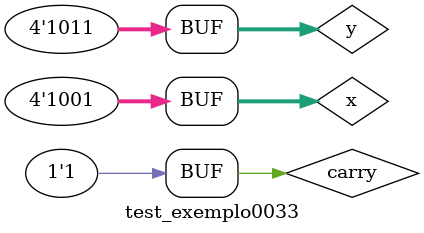
<source format=v>



module FullAdder(s, carryOut, x, y, carryIn);
  output s, carryOut;
  input x, y, carryIn;
  wire a, b, c;

//-- portas 
  xor (a, x, y);
  xor (s, a, carryIn);   
  and (b, x, y);
  and (c, a, carryIn);
  or (carryOut, c, b);
  
endmodule //--FullAdder

// ------------------------- 
// somador
// ------------------------- 

module somador(s, carryOut, x, y, carryIn);
  output [3:0] s;
  output carryOut;
  input  [3:0] x, y;
  input carryIn;
  
  wire c1, c2, c3, z1, z2, z3, z4, z5;
  
  //--portas 
  xor (z1, y[0] , carryIn);
  xor (z2, y[1] , carryIn);
  xor (z3, y[2] , carryIn);
  xor (z4, y[3] , carryIn);
  FullAdder FULLADDER0(s[0], c1, x[0], z1, carryIn);
  FullAdder FULLADDER1(s[1], c2, x[1], z2, c1);
  FullAdder FULLADDER2(s[2], c3, x[2], z3, c2);
  FullAdder FULLADDER3(s[3], z5, x[3], z4, c3);
  xor (carryOut, z5 , carryIn);
  
endmodule //--somador

 module verificarSeE0(output s , input [3:0] a);
 
 wire tmp0,tmp1,tmp2,tmp3;
 
 nor NOR0( tmp0 , 0 , a[0]);
 nor NOR1( tmp1 , 0 , a[1]);
 nor NOR2( tmp2 , 0 , a[2]);
 nor NOR3( tmp3 , 0 , a[3]);
 
 assign s = tmp0 & tmp1 & tmp2 & tmp3;
 
endmodule //-- FIm testa se e 0

// ------------------------- 
//  Soma e Subs
// -------------------------

module somaSubs( output [3:0] s , input [3:0] a , input operador );

wire carryOut;

somador SOMADOR0( s , carryOut , a , 0001 , operador );


endmodule //-- Fim SomaSub

module test_exemplo0033; 
// ------------------------- definir dados 
reg [3:0] x;
 
reg [3:0] y; 
reg carry; 
wire [3:0] soma , xPlus1;
wire carryOut , resp; 

//-- operador 0 pois e uma soma

somaSubs SOMASUBS1(xPlus1, x , 0 );
somador SOMADOR0(soma, carryOut, x, y, carry);

//-- VErificar se o resultado e 0
verificarSeE0 VERIFICAR0(resp, soma);

// ------------------------- parte principal 
  initial
  begin
  $display("Exemplo0033 - Alvaro Henrique de Araujo Rungue - 395487"); 
  $display("Test Exemplo0033: "); 
  
  //--Testes
  $monitor($time," x = %b x + 1 = %b y = %b carryIn = %b * carry out = %b soma = %b *** Verificacao se e 0 : %b\n",x , xPlus1 , y, carry,carryOut,soma,resp );
  end
  
  // Entradas
  initial
  begin
  x = 4'b0010;y = 4'b0100; carry = 1'b0;


  #5 x = 4'b0001;y = 4'b1111;
  #5 x = 4'b0011;y = 4'b1011;
  #5 x = 4'b0001;y = 4'b1011;
  #5 x = 4'b0001;y = 4'b1011;
  
   #5 x = 4'b0010;y = 4'b0100;carry = 1'b1;
   #5 x = 4'b1001;y = 4'b1111;
   #5 x = 4'b0011;y = 4'b1011;
   #5 x = 4'b0101;y = 4'b1011;
   #5 x = 4'b1001;y = 4'b1011;

  end
endmodule // --test
</source>
